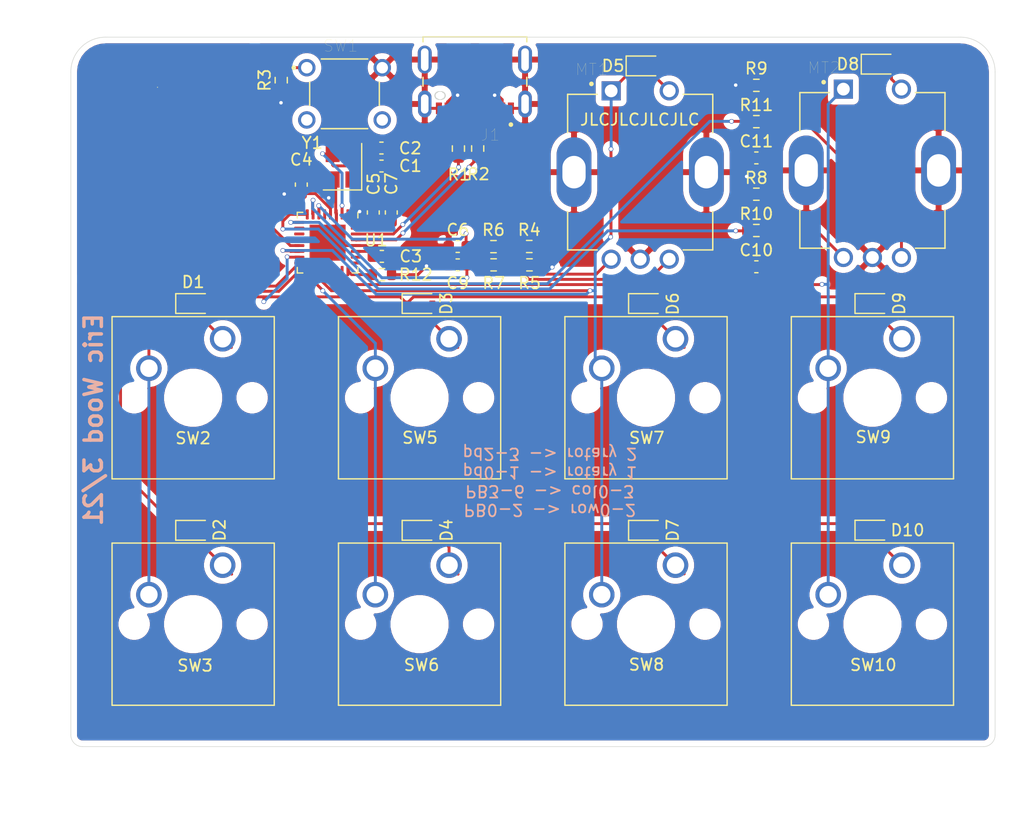
<source format=kicad_pcb>
(kicad_pcb (version 20171130) (host pcbnew "(5.1.9-0-10_14)")
  (layers (0 F.Cu signal) (31 B.Cu signal) (34 B.Paste user) (35 F.Paste user) (36 B.SilkS user) (37 F.SilkS user) (38 B.Mask user) (39 F.Mask user) (44 Edge.Cuts user))
  (net 0 "")
  (net 1 GND)
  (net 2 "Net-(C1-Pad1)")
  (net 3 "Net-(C2-Pad1)")
  (net 4 "Net-(C3-Pad1)")
  (net 5 /5V)
  (net 6 /rotary_1_a)
  (net 7 /rotary_1_b)
  (net 8 /rotary_2_a)
  (net 9 /rotary_2_b)
  (net 10 "Net-(D1-Pad2)")
  (net 11 /row1)
  (net 12 "Net-(D2-Pad2)")
  (net 13 /row2)
  (net 14 "Net-(D3-Pad2)")
  (net 15 "Net-(D4-Pad2)")
  (net 16 /rotary_1_s2)
  (net 17 /col2)
  (net 18 "Net-(D6-Pad2)")
  (net 19 "Net-(D7-Pad2)")
  (net 20 /rotary_2_s2)
  (net 21 "Net-(D9-Pad2)")
  (net 22 "Net-(D10-Pad2)")
  (net 23 /d-)
  (net 24 /d+)
  (net 25 "Net-(R3-Pad2)")
  (net 26 "Net-(R12-Pad1)")
  (net 27 /col0)
  (net 28 /col1)
  (net 29 /col3)
  (net 30 "Net-(U1-Pad26)")
  (net 31 "Net-(U1-Pad25)")
  (net 32 "Net-(U1-Pad23)")
  (net 33 "Net-(U1-Pad22)")
  (net 34 "Net-(U1-Pad21)")
  (net 35 "Net-(U1-Pad12)")
  (net 36 "Net-(U1-Pad11)")
  (net 37 "Net-(U1-Pad10)")
  (net 38 "Net-(U1-Pad5)")
  (net 39 "Net-(J1-Pad9)")
  (net 40 "Net-(J1-Pad5)")
  (net 41 "Net-(J1-Pad6)")
  (net 42 "Net-(J1-Pad4)")
  (net 43 "Net-(J1-Pad10)")
  (net 44 "Net-(J1-Pad3)")
  (net 45 "Net-(MT1-PadB)")
  (net 46 "Net-(MT1-PadA)")
  (net 47 "Net-(MT2-PadB)")
  (net 48 "Net-(MT2-PadA)")
  (module dsp_dev_board:frankie_solder_mask (layer F.Cu) (at 127.025 66.825)
    (fp_text reference G*** hide)
    (fp_text value LOGO hide)
  )
  (module Crystal:Crystal_SMD_3225-4Pin_3.2x2.5mm (layer F.Cu) (at 142.325 66.685 90)
    (fp_text reference Y1 (at 2.05 -2.61 180) (layer F.SilkS))
    (fp_text value 16MHz)
    (pad 4 smd rect (at -1.1 -0.85 90) (size 1.4 1.2) (layers F.Cu F.Paste F.Mask) (net 1 GND))
    (pad 3 smd rect (at 1.1 -0.85 90) (size 1.4 1.2) (layers F.Cu F.Paste F.Mask) (net 3 "Net-(C2-Pad1)"))
    (pad 2 smd rect (at 1.1 0.85 90) (size 1.4 1.2) (layers F.Cu F.Paste F.Mask) (net 1 GND))
    (pad 1 smd rect (at -1.1 0.85 90) (size 1.4 1.2) (layers F.Cu F.Paste F.Mask) (net 2 "Net-(C1-Pad1)"))
  )
  (module Button_Switch_Keyboard:SW_Cherry_MX_1.00u_PCB (layer F.Cu) (at 151.5 101)
    (fp_text reference SW6 (at -2.365 8.595) (layer F.SilkS))
    (fp_text value SW_Push)
    (pad "" np_thru_hole circle (at 2.54 5.08) (size 1.7 1.7) (drill 1.7) (layers *.Cu *.Mask))
    (pad "" np_thru_hole circle (at -7.62 5.08) (size 1.7 1.7) (drill 1.7) (layers *.Cu *.Mask))
    (pad "" np_thru_hole circle (at -2.54 5.08) (size 4 4) (drill 4) (layers *.Cu *.Mask))
    (pad 2 thru_hole circle (at -6.35 2.54) (size 2.2 2.2) (drill 1.5) (layers *.Cu *.Mask) (net 28 /col1))
    (pad 1 thru_hole circle (at 0 0) (size 2.2 2.2) (drill 1.5) (layers *.Cu *.Mask) (net 15 "Net-(D4-Pad2)"))
  )
  (module Package_DFN_QFN:QFN-32-1EP_5x5mm_P0.5mm_EP3.1x3.1mm (layer F.Cu) (at 141.0375 73.225 270)
    (fp_text reference U1 (at -0.2 -4.1775 180) (layer F.SilkS))
    (fp_text value ATmega16U2-MU)
    (pad 33 smd rect (at 0 0 270) (size 3.1 3.1) (layers F.Cu F.Mask) (net 1 GND))
    (pad 32 smd roundrect (at -1.75 -2.4375 270) (size 0.25 0.875) (layers F.Cu F.Paste F.Mask) (net 5 /5V))
    (pad 31 smd roundrect (at -1.25 -2.4375 270) (size 0.25 0.875) (layers F.Cu F.Paste F.Mask) (net 5 /5V))
    (pad 30 smd roundrect (at -0.75 -2.4375 270) (size 0.25 0.875) (layers F.Cu F.Paste F.Mask) (net 23 /d-))
    (pad 29 smd roundrect (at -0.25 -2.4375 270) (size 0.25 0.875) (layers F.Cu F.Paste F.Mask) (net 24 /d+))
    (pad 28 smd roundrect (at 0.25 -2.4375 270) (size 0.25 0.875) (layers F.Cu F.Paste F.Mask) (net 1 GND))
    (pad 27 smd roundrect (at 0.75 -2.4375 270) (size 0.25 0.875) (layers F.Cu F.Paste F.Mask) (net 4 "Net-(C3-Pad1)"))
    (pad 26 smd roundrect (at 1.25 -2.4375 270) (size 0.25 0.875) (layers F.Cu F.Paste F.Mask) (net 30 "Net-(U1-Pad26)"))
    (pad 25 smd roundrect (at 1.75 -2.4375 270) (size 0.25 0.875) (layers F.Cu F.Paste F.Mask) (net 31 "Net-(U1-Pad25)"))
    (pad 24 smd roundrect (at 2.4375 -1.75 270) (size 0.875 0.25) (layers F.Cu F.Paste F.Mask) (net 26 "Net-(R12-Pad1)"))
    (pad 23 smd roundrect (at 2.4375 -1.25 270) (size 0.875 0.25) (layers F.Cu F.Paste F.Mask) (net 32 "Net-(U1-Pad23)"))
    (pad 22 smd roundrect (at 2.4375 -0.75 270) (size 0.875 0.25) (layers F.Cu F.Paste F.Mask) (net 33 "Net-(U1-Pad22)"))
    (pad 21 smd roundrect (at 2.4375 -0.25 270) (size 0.875 0.25) (layers F.Cu F.Paste F.Mask) (net 34 "Net-(U1-Pad21)"))
    (pad 20 smd roundrect (at 2.4375 0.25 270) (size 0.875 0.25) (layers F.Cu F.Paste F.Mask) (net 29 /col3))
    (pad 19 smd roundrect (at 2.4375 0.75 270) (size 0.875 0.25) (layers F.Cu F.Paste F.Mask) (net 17 /col2))
    (pad 18 smd roundrect (at 2.4375 1.25 270) (size 0.875 0.25) (layers F.Cu F.Paste F.Mask) (net 28 /col1))
    (pad 17 smd roundrect (at 2.4375 1.75 270) (size 0.875 0.25) (layers F.Cu F.Paste F.Mask) (net 27 /col0))
    (pad 16 smd roundrect (at 1.75 2.4375 270) (size 0.25 0.875) (layers F.Cu F.Paste F.Mask) (net 13 /row2))
    (pad 15 smd roundrect (at 1.25 2.4375 270) (size 0.25 0.875) (layers F.Cu F.Paste F.Mask) (net 11 /row1))
    (pad 14 smd roundrect (at 0.75 2.4375 270) (size 0.25 0.875) (layers F.Cu F.Paste F.Mask) (net 17 /col2))
    (pad 13 smd roundrect (at 0.25 2.4375 270) (size 0.25 0.875) (layers F.Cu F.Paste F.Mask) (net 25 "Net-(R3-Pad2)"))
    (pad 12 smd roundrect (at -0.25 2.4375 270) (size 0.25 0.875) (layers F.Cu F.Paste F.Mask) (net 35 "Net-(U1-Pad12)"))
    (pad 11 smd roundrect (at -0.75 2.4375 270) (size 0.25 0.875) (layers F.Cu F.Paste F.Mask) (net 36 "Net-(U1-Pad11)"))
    (pad 10 smd roundrect (at -1.25 2.4375 270) (size 0.25 0.875) (layers F.Cu F.Paste F.Mask) (net 37 "Net-(U1-Pad10)"))
    (pad 9 smd roundrect (at -1.75 2.4375 270) (size 0.25 0.875) (layers F.Cu F.Paste F.Mask) (net 9 /rotary_2_b))
    (pad 8 smd roundrect (at -2.4375 1.75 270) (size 0.875 0.25) (layers F.Cu F.Paste F.Mask) (net 8 /rotary_2_a))
    (pad 7 smd roundrect (at -2.4375 1.25 270) (size 0.875 0.25) (layers F.Cu F.Paste F.Mask) (net 7 /rotary_1_b))
    (pad 6 smd roundrect (at -2.4375 0.75 270) (size 0.875 0.25) (layers F.Cu F.Paste F.Mask) (net 6 /rotary_1_a))
    (pad 5 smd roundrect (at -2.4375 0.25 270) (size 0.875 0.25) (layers F.Cu F.Paste F.Mask) (net 38 "Net-(U1-Pad5)"))
    (pad 4 smd roundrect (at -2.4375 -0.25 270) (size 0.875 0.25) (layers F.Cu F.Paste F.Mask) (net 5 /5V))
    (pad 3 smd roundrect (at -2.4375 -0.75 270) (size 0.875 0.25) (layers F.Cu F.Paste F.Mask) (net 1 GND))
    (pad 2 smd roundrect (at -2.4375 -1.25 270) (size 0.875 0.25) (layers F.Cu F.Paste F.Mask) (net 3 "Net-(C2-Pad1)"))
    (pad 1 smd roundrect (at -2.4375 -1.75 270) (size 0.875 0.25) (layers F.Cu F.Paste F.Mask) (net 2 "Net-(C1-Pad1)"))
  )
  (module 1825910-7:SW_1825910-7 (layer F.Cu) (at 142.495 60.405)
    (fp_text reference SW1 (at -0.3254 -4.14014) (layer F.SilkS) (effects (font (size 1.001244 1.001244) (thickness 0.015))))
    (fp_text value SW_Push)
    (pad 4 thru_hole circle (at 3.25 2.25) (size 1.498 1.498) (drill 0.99) (layers *.Cu *.Mask))
    (pad 3 thru_hole circle (at -3.25 2.25) (size 1.498 1.498) (drill 0.99) (layers *.Cu *.Mask))
    (pad 2 thru_hole circle (at 3.25 -2.25) (size 1.498 1.498) (drill 0.99) (layers *.Cu *.Mask) (net 1 GND))
    (pad 1 thru_hole circle (at -3.25 -2.25) (size 1.498 1.498) (drill 0.99) (layers *.Cu *.Mask) (net 25 "Net-(R3-Pad2)"))
  )
  (module Resistor_SMD:R_0603_1608Metric (layer F.Cu) (at 145.72 75.975)
    (fp_text reference R12 (at 2.915 0) (layer F.SilkS))
    (fp_text value 10k)
    (pad 2 smd roundrect (at 0.825 0) (size 0.8 0.95) (layers F.Cu F.Paste F.Mask) (net 5 /5V))
    (pad 1 smd roundrect (at -0.825 0) (size 0.8 0.95) (layers F.Cu F.Paste F.Mask) (net 26 "Net-(R12-Pad1)"))
  )
  (module Resistor_SMD:R_0603_1608Metric (layer F.Cu) (at 177.964062 62.8)
    (fp_text reference R11 (at 0 -1.43) (layer F.SilkS))
    (fp_text value 10k)
    (pad 2 smd roundrect (at 0.825 0) (size 0.8 0.95) (layers F.Cu F.Paste F.Mask) (net 47 "Net-(MT2-PadB)"))
    (pad 1 smd roundrect (at -0.825 0) (size 0.8 0.95) (layers F.Cu F.Paste F.Mask) (net 9 /rotary_2_b))
  )
  (module Resistor_SMD:R_0603_1608Metric (layer F.Cu) (at 177.964062 72.175)
    (fp_text reference R10 (at 0 -1.43) (layer F.SilkS))
    (fp_text value 10k)
    (pad 2 smd roundrect (at 0.825 0) (size 0.8 0.95) (layers F.Cu F.Paste F.Mask) (net 48 "Net-(MT2-PadA)"))
    (pad 1 smd roundrect (at -0.825 0) (size 0.8 0.95) (layers F.Cu F.Paste F.Mask) (net 8 /rotary_2_a))
  )
  (module Resistor_SMD:R_0603_1608Metric (layer F.Cu) (at 177.964062 59.675 180)
    (fp_text reference R9 (at 0 1.45) (layer F.SilkS))
    (fp_text value 10k)
    (pad 2 smd roundrect (at 0.825 0 180) (size 0.8 0.95) (layers F.Cu F.Paste F.Mask) (net 5 /5V))
    (pad 1 smd roundrect (at -0.825 0 180) (size 0.8 0.95) (layers F.Cu F.Paste F.Mask) (net 47 "Net-(MT2-PadB)"))
  )
  (module Resistor_SMD:R_0603_1608Metric (layer F.Cu) (at 177.964062 69.05 180)
    (fp_text reference R8 (at 0 1.4) (layer F.SilkS))
    (fp_text value 10k)
    (pad 2 smd roundrect (at 0.825 0 180) (size 0.8 0.95) (layers F.Cu F.Paste F.Mask) (net 5 /5V))
    (pad 1 smd roundrect (at -0.825 0 180) (size 0.8 0.95) (layers F.Cu F.Paste F.Mask) (net 48 "Net-(MT2-PadA)"))
  )
  (module Resistor_SMD:R_0603_1608Metric (layer F.Cu) (at 155.335 75.135)
    (fp_text reference R7 (at 0.015 1.57) (layer F.SilkS))
    (fp_text value 10k)
    (pad 2 smd roundrect (at 0.825 0) (size 0.8 0.95) (layers F.Cu F.Paste F.Mask) (net 45 "Net-(MT1-PadB)"))
    (pad 1 smd roundrect (at -0.825 0) (size 0.8 0.95) (layers F.Cu F.Paste F.Mask) (net 7 /rotary_1_b))
  )
  (module Resistor_SMD:R_0603_1608Metric (layer F.Cu) (at 155.325 73.565)
    (fp_text reference R6 (at 0 -1.44) (layer F.SilkS))
    (fp_text value 10k)
    (pad 2 smd roundrect (at 0.825 0) (size 0.8 0.95) (layers F.Cu F.Paste F.Mask) (net 46 "Net-(MT1-PadA)"))
    (pad 1 smd roundrect (at -0.825 0) (size 0.8 0.95) (layers F.Cu F.Paste F.Mask) (net 6 /rotary_1_a))
  )
  (module Resistor_SMD:R_0603_1608Metric (layer F.Cu) (at 158.425 75.135)
    (fp_text reference R5 (at 0.01 1.57) (layer F.SilkS))
    (fp_text value 10k)
    (pad 2 smd roundrect (at 0.825 0) (size 0.8 0.95) (layers F.Cu F.Paste F.Mask) (net 5 /5V))
    (pad 1 smd roundrect (at -0.825 0) (size 0.8 0.95) (layers F.Cu F.Paste F.Mask) (net 45 "Net-(MT1-PadB)"))
  )
  (module Resistor_SMD:R_0603_1608Metric (layer F.Cu) (at 158.405 73.555)
    (fp_text reference R4 (at 0 -1.43) (layer F.SilkS))
    (fp_text value 10k)
    (pad 2 smd roundrect (at 0.825 0) (size 0.8 0.95) (layers F.Cu F.Paste F.Mask) (net 5 /5V))
    (pad 1 smd roundrect (at -0.825 0) (size 0.8 0.95) (layers F.Cu F.Paste F.Mask) (net 46 "Net-(MT1-PadA)"))
  )
  (module Resistor_SMD:R_0603_1608Metric (layer F.Cu) (at 137.045 59.23 90)
    (fp_text reference R3 (at 0 -1.43 90) (layer F.SilkS))
    (fp_text value 10k)
    (pad 2 smd roundrect (at 0.825 0 90) (size 0.8 0.95) (layers F.Cu F.Paste F.Mask) (net 25 "Net-(R3-Pad2)"))
    (pad 1 smd roundrect (at -0.825 0 90) (size 0.8 0.95) (layers F.Cu F.Paste F.Mask) (net 5 /5V))
  )
  (module Resistor_SMD:R_0603_1608Metric (layer F.Cu) (at 153.965 65.115 270)
    (fp_text reference R2 (at 2.21 -0.055 180) (layer F.SilkS))
    (fp_text value 22)
    (pad 2 smd roundrect (at 0.825 0 270) (size 0.8 0.95) (layers F.Cu F.Paste F.Mask) (net 24 /d+))
    (pad 1 smd roundrect (at -0.825 0 270) (size 0.8 0.95) (layers F.Cu F.Paste F.Mask) (net 41 "Net-(J1-Pad6)"))
  )
  (module Resistor_SMD:R_0603_1608Metric (layer F.Cu) (at 152.305 65.12 270)
    (fp_text reference R1 (at 2.235 -0.05 180) (layer F.SilkS))
    (fp_text value 22)
    (pad 2 smd roundrect (at 0.825 0 270) (size 0.8 0.95) (layers F.Cu F.Paste F.Mask) (net 23 /d-))
    (pad 1 smd roundrect (at -0.825 0 270) (size 0.8 0.95) (layers F.Cu F.Paste F.Mask) (net 40 "Net-(J1-Pad5)"))
  )
  (module DX07S016JA1R1500:JAE_DX07S016JA1R1500 (layer F.Cu) (at 153.725 60.555 180)
    (fp_text reference J1 (at -1.325 -3.385) (layer F.SilkS) (effects (font (thickness 0.015))))
    (fp_text value DX07S016JA1R1500)
    (fp_line (start 3.125 0.315) (end 2.875 0.315) (layer Edge.Cuts) (width 0.1))
    (fp_line (start 2.875 -0.315) (end 3.125 -0.315) (layer Edge.Cuts) (width 0.1))
    (fp_arc (start 2.875 0) (end 2.875 -0.315) (angle -90) (layer Edge.Cuts) (width 0.1))
    (fp_arc (start 2.875 0) (end 2.56 0) (angle -90) (layer Edge.Cuts) (width 0.1))
    (fp_arc (start 3.125 0) (end 3.125 0.315) (angle -90) (layer Edge.Cuts) (width 0.1))
    (fp_arc (start 3.125 0) (end 3.44 0) (angle -90) (layer Edge.Cuts) (width 0.1))
    (pad S6 thru_hole oval (at 4.32 3.1 180) (size 1.2 2.4) (drill oval 0.65 1.95) (layers *.Cu *.Mask) (net 1 GND))
    (pad S5 thru_hole oval (at -4.32 3.1 180) (size 1.2 2.4) (drill oval 0.65 1.95) (layers *.Cu *.Mask) (net 1 GND))
    (pad S4 thru_hole oval (at 4.32 -0.725 180) (size 1.158 2.316) (drill oval 0.65 1.65) (layers *.Cu *.Mask) (net 1 GND))
    (pad S3 thru_hole oval (at -4.32 -0.725 180) (size 1.158 2.316) (drill oval 0.65 1.65) (layers *.Cu *.Mask) (net 1 GND))
    (pad None np_thru_hole circle (at -3 0 180) (size 0.63 0.63) (drill 0.63) (layers *.Cu *.Mask))
    (pad S2 smd rect (at 1.4 3.1 180) (size 1 2) (layers F.Cu F.Paste F.Mask) (net 1 GND))
    (pad S1 smd rect (at -1.4 3.1 180) (size 1 2) (layers F.Cu F.Paste F.Mask) (net 1 GND))
    (pad None np_thru_hole circle (at 3 0 180) (size 0.63 0.63) (drill 0.63) (layers *.Cu *.Mask))
    (pad None np_thru_hole circle (at 3 0 180) (size 0.6 0.6) (drill 0.6) (layers *.Cu *.Mask))
    (pad 9 smd rect (at 1.25 -1.1 180) (size 0.27 1) (layers F.Cu F.Paste F.Mask) (net 39 "Net-(J1-Pad9)"))
    (pad 8 smd rect (at 0.75 -1.1 180) (size 0.27 1) (layers F.Cu F.Paste F.Mask) (net 40 "Net-(J1-Pad5)"))
    (pad 7 smd rect (at 0.25 -1.1 180) (size 0.27 1) (layers F.Cu F.Paste F.Mask) (net 41 "Net-(J1-Pad6)"))
    (pad 6 smd rect (at -0.25 -1.1 180) (size 0.27 1) (layers F.Cu F.Paste F.Mask) (net 41 "Net-(J1-Pad6)"))
    (pad 5 smd rect (at -0.75 -1.1 180) (size 0.27 1) (layers F.Cu F.Paste F.Mask) (net 40 "Net-(J1-Pad5)"))
    (pad 4 smd rect (at -1.25 -1.1 180) (size 0.27 1) (layers F.Cu F.Paste F.Mask) (net 42 "Net-(J1-Pad4)"))
    (pad 10 smd rect (at 1.75 -1.1 180) (size 0.27 1) (layers F.Cu F.Paste F.Mask) (net 43 "Net-(J1-Pad10)"))
    (pad 3 smd rect (at -1.75 -1.1 180) (size 0.27 1) (layers F.Cu F.Paste F.Mask) (net 44 "Net-(J1-Pad3)"))
    (pad 11 smd rect (at 2.35 -1.1 180) (size 0.52 1) (layers F.Cu F.Paste F.Mask) (net 5 /5V))
    (pad 2 smd rect (at -2.35 -1.1 180) (size 0.52 1) (layers F.Cu F.Paste F.Mask) (net 5 /5V))
    (pad 12 smd rect (at 3.1 -1.1 180) (size 0.52 1) (layers F.Cu F.Paste F.Mask) (net 1 GND))
    (pad 1 smd rect (at -3.1 -1.1 180) (size 0.52 1) (layers F.Cu F.Paste F.Mask) (net 1 GND))
  )
  (module Diode_SMD:D_SOD-323F (layer F.Cu) (at 187.96 97.985)
    (fp_text reference D10 (at 3.025 0 180) (layer F.SilkS))
    (fp_text value 1n4148)
    (pad 2 smd rect (at 1.1 0) (size 0.5 0.5) (layers F.Cu F.Paste F.Mask) (net 22 "Net-(D10-Pad2)"))
    (pad 1 smd rect (at -1.1 0) (size 0.5 0.5) (layers F.Cu F.Paste F.Mask) (net 13 /row2))
  )
  (module Diode_SMD:D_SOD-323F (layer F.Cu) (at 187.96 78.465)
    (fp_text reference D9 (at 2.3 0 -90) (layer F.SilkS))
    (fp_text value 1n4148)
    (pad 2 smd rect (at 1.1 0) (size 0.5 0.5) (layers F.Cu F.Paste F.Mask) (net 21 "Net-(D9-Pad2)"))
    (pad 1 smd rect (at -1.1 0) (size 0.5 0.5) (layers F.Cu F.Paste F.Mask) (net 11 /row1))
  )
  (module Diode_SMD:D_SOD-323F (layer F.Cu) (at 188.5 57.85)
    (fp_text reference D8 (at -2.65 0) (layer F.SilkS))
    (fp_text value 1n4148)
    (pad 2 smd rect (at 1.1 0) (size 0.5 0.5) (layers F.Cu F.Paste F.Mask) (net 20 /rotary_2_s2))
    (pad 1 smd rect (at -1.1 0) (size 0.5 0.5) (layers F.Cu F.Paste F.Mask) (net 17 /col2))
  )
  (module Diode_SMD:D_SOD-323F (layer F.Cu) (at 168.46 97.995)
    (fp_text reference D7 (at 2.3 0 -90) (layer F.SilkS))
    (fp_text value 1n4148)
    (pad 2 smd rect (at 1.1 0) (size 0.5 0.5) (layers F.Cu F.Paste F.Mask) (net 19 "Net-(D7-Pad2)"))
    (pad 1 smd rect (at -1.1 0) (size 0.5 0.5) (layers F.Cu F.Paste F.Mask) (net 13 /row2))
  )
  (module Diode_SMD:D_SOD-323F (layer F.Cu) (at 168.46 78.465)
    (fp_text reference D6 (at 2.3 0.025 -90) (layer F.SilkS))
    (fp_text value 1n4148)
    (pad 2 smd rect (at 1.1 0) (size 0.5 0.5) (layers F.Cu F.Paste F.Mask) (net 18 "Net-(D6-Pad2)"))
    (pad 1 smd rect (at -1.1 0) (size 0.5 0.5) (layers F.Cu F.Paste F.Mask) (net 11 /row1))
  )
  (module Diode_SMD:D_SOD-323F (layer F.Cu) (at 168.25 58)
    (fp_text reference D5 (at -2.625 0) (layer F.SilkS))
    (fp_text value 1n4148)
    (pad 2 smd rect (at 1.1 0) (size 0.5 0.5) (layers F.Cu F.Paste F.Mask) (net 16 /rotary_1_s2))
    (pad 1 smd rect (at -1.1 0) (size 0.5 0.5) (layers F.Cu F.Paste F.Mask) (net 17 /col2))
  )
  (module Diode_SMD:D_SOD-323F (layer F.Cu) (at 148.96 97.995)
    (fp_text reference D4 (at 2.325 0 -90) (layer F.SilkS))
    (fp_text value 1n4148)
    (pad 2 smd rect (at 1.1 0) (size 0.5 0.5) (layers F.Cu F.Paste F.Mask) (net 15 "Net-(D4-Pad2)"))
    (pad 1 smd rect (at -1.1 0) (size 0.5 0.5) (layers F.Cu F.Paste F.Mask) (net 13 /row2))
  )
  (module Diode_SMD:D_SOD-323F (layer F.Cu) (at 148.96 78.465)
    (fp_text reference D3 (at 2.3 0 -90) (layer F.SilkS))
    (fp_text value 1n4148)
    (pad 2 smd rect (at 1.1 0) (size 0.5 0.5) (layers F.Cu F.Paste F.Mask) (net 14 "Net-(D3-Pad2)"))
    (pad 1 smd rect (at -1.1 0) (size 0.5 0.5) (layers F.Cu F.Paste F.Mask) (net 11 /row1))
  )
  (module Diode_SMD:D_SOD-323F (layer F.Cu) (at 129.46 97.995)
    (fp_text reference D2 (at 2.275 -0.025 -90) (layer F.SilkS))
    (fp_text value 1n4148)
    (pad 2 smd rect (at 1.1 0) (size 0.5 0.5) (layers F.Cu F.Paste F.Mask) (net 12 "Net-(D2-Pad2)"))
    (pad 1 smd rect (at -1.1 0) (size 0.5 0.5) (layers F.Cu F.Paste F.Mask) (net 13 /row2))
  )
  (module Diode_SMD:D_SOD-323F (layer F.Cu) (at 129.46 78.465)
    (fp_text reference D1 (at 0 -1.85) (layer F.SilkS))
    (fp_text value 1n4148)
    (pad 2 smd rect (at 1.1 0) (size 0.5 0.5) (layers F.Cu F.Paste F.Mask) (net 10 "Net-(D1-Pad2)"))
    (pad 1 smd rect (at -1.1 0) (size 0.5 0.5) (layers F.Cu F.Paste F.Mask) (net 11 /row1))
  )
  (module Capacitor_SMD:C_0603_1608Metric (layer F.Cu) (at 177.964062 65.925 180)
    (fp_text reference C11 (at 0 1.425) (layer F.SilkS))
    (fp_text value 10n)
    (pad 2 smd roundrect (at 0.775 0 180) (size 0.9 0.95) (layers F.Cu F.Paste F.Mask) (net 1 GND))
    (pad 1 smd roundrect (at -0.775 0 180) (size 0.9 0.95) (layers F.Cu F.Paste F.Mask) (net 9 /rotary_2_b))
  )
  (module Capacitor_SMD:C_0603_1608Metric (layer F.Cu) (at 177.964062 75.3)
    (fp_text reference C10 (at 0 -1.43) (layer F.SilkS))
    (fp_text value 10n)
    (pad 2 smd roundrect (at 0.775 0) (size 0.9 0.95) (layers F.Cu F.Paste F.Mask) (net 1 GND))
    (pad 1 smd roundrect (at -0.775 0) (size 0.9 0.95) (layers F.Cu F.Paste F.Mask) (net 8 /rotary_2_a))
  )
  (module Capacitor_SMD:C_0603_1608Metric (layer F.Cu) (at 152.245 75.135 180)
    (fp_text reference C9 (at 0 -1.57) (layer F.SilkS))
    (fp_text value 10n)
    (pad 2 smd roundrect (at 0.775 0 180) (size 0.9 0.95) (layers F.Cu F.Paste F.Mask) (net 1 GND))
    (pad 1 smd roundrect (at -0.775 0 180) (size 0.9 0.95) (layers F.Cu F.Paste F.Mask) (net 7 /rotary_1_b))
  )
  (module Capacitor_SMD:C_0603_1608Metric (layer F.Cu) (at 146.525 70.625 90)
    (fp_text reference C7 (at 2.475 0 270) (layer F.SilkS))
    (fp_text value 10n)
    (pad 2 smd roundrect (at 0.775 0 90) (size 0.9 0.95) (layers F.Cu F.Paste F.Mask) (net 1 GND))
    (pad 1 smd roundrect (at -0.775 0 90) (size 0.9 0.95) (layers F.Cu F.Paste F.Mask) (net 5 /5V))
  )
  (module Capacitor_SMD:C_0603_1608Metric (layer F.Cu) (at 152.245 73.555 180)
    (fp_text reference C6 (at -0.01 1.43) (layer F.SilkS))
    (fp_text value 10n)
    (pad 2 smd roundrect (at 0.775 0 180) (size 0.9 0.95) (layers F.Cu F.Paste F.Mask) (net 1 GND))
    (pad 1 smd roundrect (at -0.775 0 180) (size 0.9 0.95) (layers F.Cu F.Paste F.Mask) (net 6 /rotary_1_a))
  )
  (module Capacitor_SMD:C_0603_1608Metric (layer F.Cu) (at 144.975 70.625 90)
    (fp_text reference C5 (at 2.45 0.025 270) (layer F.SilkS))
    (fp_text value 10n)
    (pad 2 smd roundrect (at 0.775 0 90) (size 0.9 0.95) (layers F.Cu F.Paste F.Mask) (net 1 GND))
    (pad 1 smd roundrect (at -0.775 0 90) (size 0.9 0.95) (layers F.Cu F.Paste F.Mask) (net 5 /5V))
  )
  (module Capacitor_SMD:C_0603_1608Metric (layer F.Cu) (at 138.775 68.225 90)
    (fp_text reference C4 (at 2.15 0 180) (layer F.SilkS))
    (fp_text value 10n)
    (pad 2 smd roundrect (at 0.775 0 90) (size 0.9 0.95) (layers F.Cu F.Paste F.Mask) (net 1 GND))
    (pad 1 smd roundrect (at -0.775 0 90) (size 0.9 0.95) (layers F.Cu F.Paste F.Mask) (net 5 /5V))
  )
  (module Capacitor_SMD:C_0603_1608Metric (layer F.Cu) (at 145.71 74.405)
    (fp_text reference C3 (at 2.495 0) (layer F.SilkS))
    (fp_text value 1u)
    (pad 2 smd roundrect (at 0.775 0) (size 0.9 0.95) (layers F.Cu F.Paste F.Mask) (net 1 GND))
    (pad 1 smd roundrect (at -0.775 0) (size 0.9 0.95) (layers F.Cu F.Paste F.Mask) (net 4 "Net-(C3-Pad1)"))
  )
  (module Capacitor_SMD:C_0603_1608Metric (layer F.Cu) (at 145.675 65.075)
    (fp_text reference C2 (at 2.48 0.02) (layer F.SilkS))
    (fp_text value 22p)
    (pad 2 smd roundrect (at 0.775 0) (size 0.9 0.95) (layers F.Cu F.Paste F.Mask) (net 1 GND))
    (pad 1 smd roundrect (at -0.775 0) (size 0.9 0.95) (layers F.Cu F.Paste F.Mask) (net 3 "Net-(C2-Pad1)"))
  )
  (module Capacitor_SMD:C_0603_1608Metric (layer F.Cu) (at 145.68 66.625)
    (fp_text reference C1 (at 2.485 -0.01) (layer F.SilkS))
    (fp_text value 22p)
    (pad 2 smd roundrect (at 0.775 0) (size 0.9 0.95) (layers F.Cu F.Paste F.Mask) (net 1 GND))
    (pad 1 smd roundrect (at -0.775 0) (size 0.9 0.95) (layers F.Cu F.Paste F.Mask) (net 2 "Net-(C1-Pad1)"))
  )
  (module Button_Switch_Keyboard:SW_Cherry_MX_1.00u_PCB (layer F.Cu) (at 190.5 101)
    (fp_text reference SW10 (at -2.465 8.595) (layer F.SilkS))
    (fp_text value SW_Push)
    (pad "" np_thru_hole circle (at 2.54 5.08) (size 1.7 1.7) (drill 1.7) (layers *.Cu *.Mask))
    (pad "" np_thru_hole circle (at -7.62 5.08) (size 1.7 1.7) (drill 1.7) (layers *.Cu *.Mask))
    (pad "" np_thru_hole circle (at -2.54 5.08) (size 4 4) (drill 4) (layers *.Cu *.Mask))
    (pad 2 thru_hole circle (at -6.35 2.54) (size 2.2 2.2) (drill 1.5) (layers *.Cu *.Mask) (net 29 /col3))
    (pad 1 thru_hole circle (at 0 0) (size 2.2 2.2) (drill 1.5) (layers *.Cu *.Mask) (net 22 "Net-(D10-Pad2)"))
  )
  (module Button_Switch_Keyboard:SW_Cherry_MX_1.00u_PCB (layer F.Cu) (at 190.5 81.5)
    (fp_text reference SW9 (at -2.465 8.465) (layer F.SilkS))
    (fp_text value SW_Push)
    (pad "" np_thru_hole circle (at 2.54 5.08) (size 1.7 1.7) (drill 1.7) (layers *.Cu *.Mask))
    (pad "" np_thru_hole circle (at -7.62 5.08) (size 1.7 1.7) (drill 1.7) (layers *.Cu *.Mask))
    (pad "" np_thru_hole circle (at -2.54 5.08) (size 4 4) (drill 4) (layers *.Cu *.Mask))
    (pad 2 thru_hole circle (at -6.35 2.54) (size 2.2 2.2) (drill 1.5) (layers *.Cu *.Mask) (net 29 /col3))
    (pad 1 thru_hole circle (at 0 0) (size 2.2 2.2) (drill 1.5) (layers *.Cu *.Mask) (net 21 "Net-(D9-Pad2)"))
  )
  (module Button_Switch_Keyboard:SW_Cherry_MX_1.00u_PCB (layer F.Cu) (at 171 101)
    (fp_text reference SW8 (at -2.495 8.565) (layer F.SilkS))
    (fp_text value SW_Push)
    (pad "" np_thru_hole circle (at 2.54 5.08) (size 1.7 1.7) (drill 1.7) (layers *.Cu *.Mask))
    (pad "" np_thru_hole circle (at -7.62 5.08) (size 1.7 1.7) (drill 1.7) (layers *.Cu *.Mask))
    (pad "" np_thru_hole circle (at -2.54 5.08) (size 4 4) (drill 4) (layers *.Cu *.Mask))
    (pad 2 thru_hole circle (at -6.35 2.54) (size 2.2 2.2) (drill 1.5) (layers *.Cu *.Mask) (net 17 /col2))
    (pad 1 thru_hole circle (at 0 0) (size 2.2 2.2) (drill 1.5) (layers *.Cu *.Mask) (net 19 "Net-(D7-Pad2)"))
  )
  (module Button_Switch_Keyboard:SW_Cherry_MX_1.00u_PCB (layer F.Cu) (at 171 81.5)
    (fp_text reference SW7 (at -2.475 8.535) (layer F.SilkS))
    (fp_text value SW_Push)
    (pad "" np_thru_hole circle (at 2.54 5.08) (size 1.7 1.7) (drill 1.7) (layers *.Cu *.Mask))
    (pad "" np_thru_hole circle (at -7.62 5.08) (size 1.7 1.7) (drill 1.7) (layers *.Cu *.Mask))
    (pad "" np_thru_hole circle (at -2.54 5.08) (size 4 4) (drill 4) (layers *.Cu *.Mask))
    (pad 2 thru_hole circle (at -6.35 2.54) (size 2.2 2.2) (drill 1.5) (layers *.Cu *.Mask) (net 17 /col2))
    (pad 1 thru_hole circle (at 0 0) (size 2.2 2.2) (drill 1.5) (layers *.Cu *.Mask) (net 18 "Net-(D6-Pad2)"))
  )
  (module Button_Switch_Keyboard:SW_Cherry_MX_1.00u_PCB (layer F.Cu) (at 151.5 81.5)
    (fp_text reference SW5 (at -2.505 8.525) (layer F.SilkS))
    (fp_text value SW_Push)
    (pad "" np_thru_hole circle (at 2.54 5.08) (size 1.7 1.7) (drill 1.7) (layers *.Cu *.Mask))
    (pad "" np_thru_hole circle (at -7.62 5.08) (size 1.7 1.7) (drill 1.7) (layers *.Cu *.Mask))
    (pad "" np_thru_hole circle (at -2.54 5.08) (size 4 4) (drill 4) (layers *.Cu *.Mask))
    (pad 2 thru_hole circle (at -6.35 2.54) (size 2.2 2.2) (drill 1.5) (layers *.Cu *.Mask) (net 28 /col1))
    (pad 1 thru_hole circle (at 0 0) (size 2.2 2.2) (drill 1.5) (layers *.Cu *.Mask) (net 14 "Net-(D3-Pad2)"))
  )
  (module Button_Switch_Keyboard:SW_Cherry_MX_1.00u_PCB (layer F.Cu) (at 132 101)
    (fp_text reference SW3 (at -2.375 8.645) (layer F.SilkS))
    (fp_text value SW_Push)
    (pad "" np_thru_hole circle (at 2.54 5.08) (size 1.7 1.7) (drill 1.7) (layers *.Cu *.Mask))
    (pad "" np_thru_hole circle (at -7.62 5.08) (size 1.7 1.7) (drill 1.7) (layers *.Cu *.Mask))
    (pad "" np_thru_hole circle (at -2.54 5.08) (size 4 4) (drill 4) (layers *.Cu *.Mask))
    (pad 2 thru_hole circle (at -6.35 2.54) (size 2.2 2.2) (drill 1.5) (layers *.Cu *.Mask) (net 27 /col0))
    (pad 1 thru_hole circle (at 0 0) (size 2.2 2.2) (drill 1.5) (layers *.Cu *.Mask) (net 12 "Net-(D2-Pad2)"))
  )
  (module Button_Switch_Keyboard:SW_Cherry_MX_1.00u_PCB (layer F.Cu) (at 132 81.5)
    (fp_text reference SW2 (at -2.545 8.565) (layer F.SilkS))
    (fp_text value SW_Push)
    (pad "" np_thru_hole circle (at 2.54 5.08) (size 1.7 1.7) (drill 1.7) (layers *.Cu *.Mask))
    (pad "" np_thru_hole circle (at -7.62 5.08) (size 1.7 1.7) (drill 1.7) (layers *.Cu *.Mask))
    (pad "" np_thru_hole circle (at -2.54 5.08) (size 4 4) (drill 4) (layers *.Cu *.Mask))
    (pad 2 thru_hole circle (at -6.35 2.54) (size 2.2 2.2) (drill 1.5) (layers *.Cu *.Mask) (net 27 /col0))
    (pad 1 thru_hole circle (at 0 0) (size 2.2 2.2) (drill 1.5) (layers *.Cu *.Mask) (net 10 "Net-(D1-Pad2)"))
  )
  (module PEC11R-4215F-S0024:XDCR_PEC11R-4215F-S0024 (layer F.Cu) (at 187.96 67)
    (fp_text reference MT2 (at -4.175 -8.835) (layer F.SilkS) (effects (font (thickness 0.015))))
    (fp_text value PEC11R-4215F-S0024)
    (pad S2 thru_hole oval (at 5.7 0) (size 3 6) (drill oval 2 2.8) (layers *.Cu *.Mask) (net 1 GND))
    (pad S1 thru_hole oval (at -5.7 0) (size 3 6) (drill oval 2 2.8) (layers *.Cu *.Mask) (net 1 GND))
    (pad B thru_hole circle (at 2.5 7.5) (size 1.65 1.65) (drill 1.1) (layers *.Cu *.Mask) (net 47 "Net-(MT2-PadB)"))
    (pad COM thru_hole circle (at 0 7.5) (size 1.65 1.65) (drill 1.1) (layers *.Cu *.Mask) (net 1 GND))
    (pad A thru_hole circle (at -2.5 7.5) (size 1.65 1.65) (drill 1.1) (layers *.Cu *.Mask) (net 48 "Net-(MT2-PadA)"))
    (pad 2 thru_hole circle (at 2.5 -7) (size 1.65 1.65) (drill 1.1) (layers *.Cu *.Mask) (net 20 /rotary_2_s2))
    (pad 1 thru_hole rect (at -2.5 -7) (size 1.65 1.65) (drill 1.1) (layers *.Cu *.Mask) (net 29 /col3))
  )
  (module PEC11R-4215F-S0024:XDCR_PEC11R-4215F-S0024 (layer F.Cu) (at 167.96 67.15)
    (fp_text reference MT1 (at -4.175 -8.835) (layer F.SilkS) (effects (font (thickness 0.015))))
    (fp_text value PEC11R-4215F-S0024)
    (pad S2 thru_hole oval (at 5.7 0) (size 3 6) (drill oval 2 2.8) (layers *.Cu *.Mask) (net 1 GND))
    (pad S1 thru_hole oval (at -5.7 0) (size 3 6) (drill oval 2 2.8) (layers *.Cu *.Mask) (net 1 GND))
    (pad B thru_hole circle (at 2.5 7.5) (size 1.65 1.65) (drill 1.1) (layers *.Cu *.Mask) (net 45 "Net-(MT1-PadB)"))
    (pad COM thru_hole circle (at 0 7.5) (size 1.65 1.65) (drill 1.1) (layers *.Cu *.Mask) (net 1 GND))
    (pad A thru_hole circle (at -2.5 7.5) (size 1.65 1.65) (drill 1.1) (layers *.Cu *.Mask) (net 46 "Net-(MT1-PadA)"))
    (pad 2 thru_hole circle (at 2.5 -7) (size 1.65 1.65) (drill 1.1) (layers *.Cu *.Mask) (net 16 /rotary_1_s2))
    (pad 1 thru_hole rect (at -2.5 -7) (size 1.65 1.65) (drill 1.1) (layers *.Cu *.Mask) (net 17 /col2))
  )
  (gr_text JLCJLCJLCJLC (at 167.925 62.625) (layer F.SilkS) (effects (font (size 1 1))))
  (gr_text "PB0-2 -> row0-2\nPB3-6 -> col0-3\npd0-1 -> rotary 1\npd2-3 -> rotary 2" (at 160.175 93.825 180) (layer B.SilkS) (effects (font (size 1 1)) (justify mirror)))
  (gr_text "Eric Wood 3/21" (at 120.875 88.475 90) (layer B.SilkS) (effects (font (size 1.5 1.5) (thickness 0.3)) (justify mirror)))
  (gr_line (start 118.925 115.625) (end 118.925 58.525) (layer Edge.Cuts) (width 0.05))
  (gr_arc (start 121.925 58.525) (end 121.925 55.525) (angle -90) (layer Edge.Cuts) (width 0.05))
  (gr_arc (start 195.525 58.525) (end 198.525 58.525) (angle -90) (layer Edge.Cuts) (width 0.05))
  (gr_arc (start 197.525 115.625) (end 197.525 116.625) (angle -90) (layer Edge.Cuts) (width 0.05))
  (gr_arc (start 119.925 115.625) (end 118.925 115.625) (angle -90) (layer Edge.Cuts) (width 0.05))
  (gr_line (start 195.525 55.525) (end 121.925 55.525) (layer Edge.Cuts) (width 0.05))
  (gr_line (start 198.525 115.625) (end 198.525 58.525) (layer Edge.Cuts) (width 0.05))
  (gr_line (start 119.925 116.625) (end 197.525 116.625) (layer Edge.Cuts) (width 0.05))
  (segment (start 140.92501 74.50001) (end 140.725 74.3) (width 0.25) (layer F.Cu) (net 1))
  (segment (start 141.2875 73.475) (end 141.0375 73.225) (width 0.25) (layer F.Cu) (net 1))
  (segment (start 143.475 73.475) (end 141.2875 73.475) (width 0.25) (layer F.Cu) (net 1))
  (segment (start 141.7875 70.7875) (end 141.8 70.775) (width 0.25) (layer F.Cu) (net 1))
  (segment (start 141.8 72.4625) (end 141.0375 73.225) (width 0.25) (layer F.Cu) (net 1))
  (segment (start 141.8 70.775) (end 141.8 72.4625) (width 0.25) (layer F.Cu) (net 1))
  (segment (start 141.73751 68.04751) (end 141.475 67.785) (width 0.25) (layer F.Cu) (net 1))
  (segment (start 141.73751 70.64251) (end 141.73751 68.04751) (width 0.25) (layer F.Cu) (net 1))
  (segment (start 141.7875 70.6925) (end 141.73751 70.64251) (width 0.25) (layer F.Cu) (net 1))
  (segment (start 141.7875 70.7875) (end 141.7875 70.6925) (width 0.25) (layer F.Cu) (net 1))
  (segment (start 145.555 73.475) (end 146.485 74.405) (width 0.25) (layer F.Cu) (net 1))
  (segment (start 143.475 73.475) (end 145.555 73.475) (width 0.25) (layer F.Cu) (net 1))
  (segment (start 149.78 61.655) (end 149.405 61.28) (width 0.25) (layer F.Cu) (net 1))
  (segment (start 150.625 61.655) (end 149.78 61.655) (width 0.25) (layer F.Cu) (net 1))
  (segment (start 157.67 61.655) (end 158.045 61.28) (width 0.25) (layer F.Cu) (net 1))
  (segment (start 156.825 61.655) (end 157.67 61.655) (width 0.25) (layer F.Cu) (net 1))
  (segment (start 143.745 67.785) (end 143.175 67.785) (width 0.25) (layer F.Cu) (net 2))
  (segment (start 144.905 66.625) (end 143.745 67.785) (width 0.25) (layer F.Cu) (net 2))
  (segment (start 143.175 70.4) (end 142.7875 70.7875) (width 0.25) (layer F.Cu) (net 2))
  (segment (start 143.175 67.785) (end 143.175 70.4) (width 0.25) (layer F.Cu) (net 2))
  (segment (start 141.475 66.535) (end 141.475 65.585) (width 0.25) (layer F.Cu) (net 3))
  (segment (start 141.550001 66.610001) (end 141.475 66.535) (width 0.25) (layer F.Cu) (net 3))
  (segment (start 144.100001 66.545001) (end 144.035001 66.610001) (width 0.25) (layer F.Cu) (net 3))
  (segment (start 144.035001 66.610001) (end 141.550001 66.610001) (width 0.25) (layer F.Cu) (net 3))
  (segment (start 144.100001 65.424999) (end 144.100001 66.545001) (width 0.25) (layer F.Cu) (net 3))
  (segment (start 144.45 65.075) (end 144.100001 65.424999) (width 0.25) (layer F.Cu) (net 3))
  (segment (start 144.9 65.075) (end 144.45 65.075) (width 0.25) (layer F.Cu) (net 3))
  (via (at 140.605 65.565) (size 0.4) (drill 0.3) (layers F.Cu B.Cu) (net 3))
  (segment (start 140.625 65.585) (end 140.605 65.565) (width 0.25) (layer F.Cu) (net 3))
  (segment (start 141.475 65.585) (end 140.625 65.585) (width 0.25) (layer F.Cu) (net 3))
  (segment (start 142.285 67.245) (end 142.285 70.025) (width 0.25) (layer B.Cu) (net 3))
  (via (at 142.285 70.025) (size 0.4) (drill 0.3) (layers F.Cu B.Cu) (net 3))
  (segment (start 140.605 65.565) (end 142.285 67.245) (width 0.25) (layer B.Cu) (net 3))
  (segment (start 142.285 70.785) (end 142.2875 70.7875) (width 0.25) (layer F.Cu) (net 3))
  (segment (start 142.285 70.025) (end 142.285 70.785) (width 0.25) (layer F.Cu) (net 3))
  (segment (start 144.505 73.975) (end 144.935 74.405) (width 0.25) (layer F.Cu) (net 4))
  (segment (start 143.475 73.975) (end 144.505 73.975) (width 0.25) (layer F.Cu) (net 4))
  (segment (start 144.9 71.475) (end 144.975 71.4) (width 0.25) (layer F.Cu) (net 5))
  (segment (start 143.475 71.475) (end 144.9 71.475) (width 0.25) (layer F.Cu) (net 5))
  (via (at 177.125 67.525) (size 0.4) (drill 0.3) (layers F.Cu B.Cu) (net 5))
  (segment (start 177.139062 67.539062) (end 177.125 67.525) (width 0.25) (layer F.Cu) (net 5))
  (segment (start 177.139062 69.05) (end 177.139062 67.539062) (width 0.25) (layer F.Cu) (net 5))
  (segment (start 159.23 75.115) (end 159.25 75.135) (width 0.25) (layer F.Cu) (net 5))
  (segment (start 159.23 73.555) (end 159.23 75.115) (width 0.25) (layer F.Cu) (net 5))
  (segment (start 143.475 71.975) (end 144.05 71.4) (width 0.25) (layer F.Cu) (net 5))
  (segment (start 144.05 71.4) (end 146.525 71.4) (width 0.25) (layer F.Cu) (net 5))
  (segment (start 143.475 71.475) (end 143.475 71.975) (width 0.25) (layer F.Cu) (net 5))
  (segment (start 141.2875 70.301978) (end 141.2875 70.7875) (width 0.25) (layer F.Cu) (net 5))
  (segment (start 139.985522 69) (end 141.2875 70.301978) (width 0.25) (layer F.Cu) (net 5))
  (segment (start 138.775 69) (end 139.985522 69) (width 0.25) (layer F.Cu) (net 5))
  (segment (start 159.25 75.135) (end 160.174992 75.135) (width 0.25) (layer F.Cu) (net 5))
  (via (at 160.376235 75.336243) (size 0.4) (drill 0.3) (layers F.Cu B.Cu) (net 5))
  (segment (start 160.174992 75.135) (end 160.376235 75.336243) (width 0.25) (layer F.Cu) (net 5))
  (via (at 176.185 59.655) (size 0.4) (drill 0.3) (layers F.Cu B.Cu) (net 5))
  (segment (start 177.139062 59.675) (end 176.205 59.675) (width 0.25) (layer F.Cu) (net 5))
  (segment (start 176.205 59.675) (end 176.185 59.655) (width 0.25) (layer F.Cu) (net 5))
  (via (at 137.025 61.175) (size 0.4) (drill 0.3) (layers F.Cu B.Cu) (net 5))
  (segment (start 137.045 61.155) (end 137.025 61.175) (width 0.25) (layer F.Cu) (net 5))
  (segment (start 137.045 60.055) (end 137.045 61.155) (width 0.25) (layer F.Cu) (net 5))
  (via (at 149.555 75.235) (size 0.4) (drill 0.3) (layers F.Cu B.Cu) (net 5))
  (segment (start 148.815 75.975) (end 149.555 75.235) (width 0.25) (layer F.Cu) (net 5))
  (segment (start 146.545 75.975) (end 148.815 75.975) (width 0.25) (layer F.Cu) (net 5))
  (via (at 137.305 69.035) (size 0.4) (drill 0.3) (layers F.Cu B.Cu) (net 5))
  (segment (start 137.34 69) (end 137.305 69.035) (width 0.25) (layer F.Cu) (net 5))
  (segment (start 138.775 69) (end 137.34 69) (width 0.25) (layer F.Cu) (net 5))
  (via (at 141.135 69.365) (size 0.4) (drill 0.3) (layers F.Cu B.Cu) (net 5))
  (segment (start 141.2875 69.5175) (end 141.135 69.365) (width 0.25) (layer F.Cu) (net 5))
  (segment (start 141.2875 70.301978) (end 141.2875 69.5175) (width 0.25) (layer F.Cu) (net 5))
  (via (at 152.234998 60.525) (size 0.4) (drill 0.3) (layers F.Cu B.Cu) (net 5))
  (segment (start 151.375 61.655) (end 151.375 61.102156) (width 0.25) (layer F.Cu) (net 5))
  (segment (start 151.375 61.102156) (end 151.952156 60.525) (width 0.25) (layer F.Cu) (net 5))
  (segment (start 151.952156 60.525) (end 152.234998 60.525) (width 0.25) (layer F.Cu) (net 5))
  (via (at 155.424999 60.525) (size 0.4) (drill 0.3) (layers F.Cu B.Cu) (net 5))
  (segment (start 156.075 61.655) (end 156.075 60.905) (width 0.25) (layer F.Cu) (net 5))
  (segment (start 156.075 60.905) (end 155.695 60.525) (width 0.25) (layer F.Cu) (net 5))
  (segment (start 155.695 60.525) (end 155.424999 60.525) (width 0.25) (layer F.Cu) (net 5))
  (segment (start 144.65 71.4) (end 143.795 70.545) (width 0.25) (layer F.Cu) (net 5))
  (via (at 143.795 70.545) (size 0.4) (drill 0.3) (layers F.Cu B.Cu) (net 5))
  (segment (start 144.975 71.4) (end 144.65 71.4) (width 0.25) (layer F.Cu) (net 5))
  (segment (start 153.03 73.565) (end 153.02 73.555) (width 0.25) (layer F.Cu) (net 6))
  (segment (start 154.5 73.565) (end 153.03 73.565) (width 0.25) (layer F.Cu) (net 6))
  (segment (start 140.2875 70.044442) (end 140.276529 70.033471) (width 0.25) (layer F.Cu) (net 6))
  (via (at 140.276529 70.033471) (size 0.4) (drill 0.3) (layers F.Cu B.Cu) (net 6))
  (segment (start 140.2875 70.7875) (end 140.2875 70.044442) (width 0.25) (layer F.Cu) (net 6))
  (via (at 152.965 72.435) (size 0.4) (drill 0.3) (layers F.Cu B.Cu) (net 6))
  (segment (start 152.477439 72.922561) (end 152.965 72.435) (width 0.25) (layer B.Cu) (net 6))
  (segment (start 143.165619 72.922561) (end 152.477439 72.922561) (width 0.25) (layer B.Cu) (net 6))
  (segment (start 140.276529 70.033471) (end 143.165619 72.922561) (width 0.25) (layer B.Cu) (net 6))
  (segment (start 152.965 73.5) (end 153.02 73.555) (width 0.25) (layer F.Cu) (net 6))
  (segment (start 152.965 72.435) (end 152.965 73.5) (width 0.25) (layer F.Cu) (net 6))
  (segment (start 154.51 75.135) (end 153.02 75.135) (width 0.25) (layer F.Cu) (net 7))
  (segment (start 139.751528 69.598472) (end 139.785 69.565) (width 0.25) (layer F.Cu) (net 7))
  (via (at 139.785 69.565) (size 0.4) (drill 0.3) (layers F.Cu B.Cu) (net 7))
  (segment (start 139.751528 70.751528) (end 139.751528 69.598472) (width 0.25) (layer F.Cu) (net 7))
  (segment (start 139.7875 70.7875) (end 139.751528 70.751528) (width 0.25) (layer F.Cu) (net 7))
  (via (at 153.035 76.235) (size 0.4) (drill 0.3) (layers F.Cu B.Cu) (net 7))
  (segment (start 153.035 75.15) (end 153.02 75.135) (width 0.25) (layer F.Cu) (net 7))
  (segment (start 153.035 76.235) (end 153.035 75.15) (width 0.25) (layer F.Cu) (net 7))
  (segment (start 153.025 76.245) (end 153.035 76.235) (width 0.25) (layer B.Cu) (net 7))
  (segment (start 139.751528 70.285472) (end 145.711056 76.245) (width 0.25) (layer B.Cu) (net 7))
  (segment (start 145.711056 76.245) (end 153.025 76.245) (width 0.25) (layer B.Cu) (net 7))
  (segment (start 139.751528 69.598472) (end 139.751528 70.285472) (width 0.25) (layer B.Cu) (net 7))
  (segment (start 139.785 69.565) (end 139.751528 69.598472) (width 0.25) (layer B.Cu) (net 7))
  (segment (start 177.189062 72.225) (end 177.139062 72.175) (width 0.25) (layer F.Cu) (net 8))
  (segment (start 177.189062 75.3) (end 177.189062 72.225) (width 0.25) (layer F.Cu) (net 8))
  (via (at 176.185 72.205) (size 0.4) (drill 0.3) (layers F.Cu B.Cu) (net 8))
  (segment (start 177.109062 72.205) (end 177.139062 72.175) (width 0.25) (layer F.Cu) (net 8))
  (segment (start 176.185 72.205) (end 177.109062 72.205) (width 0.25) (layer F.Cu) (net 8))
  (via (at 137.185 72.055) (size 0.4) (drill 0.3) (layers F.Cu B.Cu) (net 8))
  (segment (start 139.2875 70.7875) (end 137.775498 70.7875) (width 0.25) (layer F.Cu) (net 8))
  (segment (start 137.775498 70.7875) (end 137.185 71.377998) (width 0.25) (layer F.Cu) (net 8))
  (segment (start 137.185 71.377998) (end 137.185 72.055) (width 0.25) (layer F.Cu) (net 8))
  (segment (start 137.185 72.055) (end 140.248236 72.055) (width 0.25) (layer B.Cu) (net 8))
  (segment (start 165.168 72.205) (end 176.185 72.205) (width 0.25) (layer B.Cu) (net 8))
  (segment (start 145.403247 77.210011) (end 160.162989 77.210011) (width 0.25) (layer B.Cu) (net 8))
  (segment (start 160.162989 77.210011) (end 165.168 72.205) (width 0.25) (layer B.Cu) (net 8))
  (segment (start 140.248236 72.055) (end 145.403247 77.210011) (width 0.25) (layer B.Cu) (net 8))
  (segment (start 178.739062 64.4) (end 177.139062 62.8) (width 0.25) (layer F.Cu) (net 9))
  (segment (start 178.739062 65.925) (end 178.739062 64.4) (width 0.25) (layer F.Cu) (net 9))
  (via (at 137.865 71.475) (size 0.4) (drill 0.3) (layers F.Cu B.Cu) (net 9))
  (segment (start 138.6 71.475) (end 137.865 71.475) (width 0.25) (layer F.Cu) (net 9))
  (segment (start 137.865 71.475) (end 140.304646 71.475) (width 0.25) (layer B.Cu) (net 9))
  (via (at 175.825 62.775) (size 0.4) (drill 0.3) (layers F.Cu B.Cu) (net 9))
  (segment (start 173.954047 62.775) (end 175.825 62.775) (width 0.25) (layer B.Cu) (net 9))
  (segment (start 145.589647 76.760001) (end 159.969046 76.760001) (width 0.25) (layer B.Cu) (net 9))
  (segment (start 159.969046 76.760001) (end 173.954047 62.775) (width 0.25) (layer B.Cu) (net 9))
  (segment (start 140.304646 71.475) (end 145.589647 76.760001) (width 0.25) (layer B.Cu) (net 9))
  (segment (start 177.114062 62.775) (end 177.139062 62.8) (width 0.25) (layer F.Cu) (net 9))
  (segment (start 175.825 62.775) (end 177.114062 62.775) (width 0.25) (layer F.Cu) (net 9))
  (segment (start 132.75 82.25) (end 132 81.5) (width 0.25) (layer F.Cu) (net 10))
  (segment (start 130.56 80.06) (end 132 81.5) (width 0.25) (layer F.Cu) (net 10))
  (segment (start 130.56 78.465) (end 130.56 80.06) (width 0.25) (layer F.Cu) (net 10))
  (segment (start 147.284999 77.889999) (end 147.86 78.465) (width 0.25) (layer F.Cu) (net 11))
  (segment (start 128.36 78.465) (end 128.935001 77.889999) (width 0.25) (layer F.Cu) (net 11))
  (segment (start 148.435001 77.889999) (end 147.86 78.465) (width 0.25) (layer F.Cu) (net 11))
  (segment (start 166.784999 77.889999) (end 148.435001 77.889999) (width 0.25) (layer F.Cu) (net 11))
  (segment (start 167.36 78.465) (end 166.784999 77.889999) (width 0.25) (layer F.Cu) (net 11))
  (segment (start 167.935001 77.889999) (end 167.36 78.465) (width 0.25) (layer F.Cu) (net 11))
  (segment (start 186.284999 77.889999) (end 167.935001 77.889999) (width 0.25) (layer F.Cu) (net 11))
  (segment (start 186.86 78.465) (end 186.284999 77.889999) (width 0.25) (layer F.Cu) (net 11))
  (via (at 137.555 74.45) (size 0.4) (drill 0.3) (layers F.Cu B.Cu) (net 11))
  (segment (start 137.58 74.475) (end 137.555 74.45) (width 0.25) (layer F.Cu) (net 11))
  (segment (start 138.6 74.475) (end 137.58 74.475) (width 0.25) (layer F.Cu) (net 11))
  (via (at 135.545 78.305) (size 0.4) (drill 0.3) (layers F.Cu B.Cu) (net 11))
  (segment (start 137.555 76.295) (end 135.545 78.305) (width 0.25) (layer B.Cu) (net 11))
  (segment (start 137.555 74.45) (end 137.555 76.295) (width 0.25) (layer B.Cu) (net 11))
  (segment (start 135.545 77.904998) (end 135.530001 77.889999) (width 0.25) (layer F.Cu) (net 11))
  (segment (start 135.545 78.305) (end 135.545 77.904998) (width 0.25) (layer F.Cu) (net 11))
  (segment (start 135.530001 77.889999) (end 147.284999 77.889999) (width 0.25) (layer F.Cu) (net 11))
  (segment (start 128.935001 77.889999) (end 135.530001 77.889999) (width 0.25) (layer F.Cu) (net 11))
  (segment (start 132.775 101.775) (end 132 101) (width 0.25) (layer F.Cu) (net 12))
  (segment (start 130.56 99.56) (end 132 101) (width 0.25) (layer F.Cu) (net 12))
  (segment (start 130.56 97.995) (end 130.56 99.56) (width 0.25) (layer F.Cu) (net 12))
  (segment (start 128.935001 97.419999) (end 128.36 97.995) (width 0.25) (layer F.Cu) (net 13))
  (segment (start 147.284999 97.419999) (end 128.935001 97.419999) (width 0.25) (layer F.Cu) (net 13))
  (segment (start 147.86 97.995) (end 147.284999 97.419999) (width 0.25) (layer F.Cu) (net 13))
  (segment (start 148.435001 97.419999) (end 147.86 97.995) (width 0.25) (layer F.Cu) (net 13))
  (segment (start 166.784999 97.419999) (end 148.435001 97.419999) (width 0.25) (layer F.Cu) (net 13))
  (segment (start 167.36 97.995) (end 166.784999 97.419999) (width 0.25) (layer F.Cu) (net 13))
  (segment (start 167.935001 97.419999) (end 167.36 97.995) (width 0.25) (layer F.Cu) (net 13))
  (segment (start 186.294999 97.419999) (end 167.935001 97.419999) (width 0.25) (layer F.Cu) (net 13))
  (segment (start 186.86 97.985) (end 186.294999 97.419999) (width 0.25) (layer F.Cu) (net 13))
  (segment (start 123.204999 92.839999) (end 128.36 97.995) (width 0.25) (layer F.Cu) (net 13))
  (segment (start 123.204999 81.898589) (end 123.204999 92.839999) (width 0.25) (layer F.Cu) (net 13))
  (segment (start 128.138588 76.965) (end 123.204999 81.898589) (width 0.25) (layer F.Cu) (net 13))
  (segment (start 136.61 76.965) (end 128.138588 76.965) (width 0.25) (layer F.Cu) (net 13))
  (segment (start 138.6 74.975) (end 136.61 76.965) (width 0.25) (layer F.Cu) (net 13))
  (segment (start 152.25 82.25) (end 151.5 81.5) (width 0.25) (layer F.Cu) (net 14))
  (segment (start 150.06 80.06) (end 151.5 81.5) (width 0.25) (layer F.Cu) (net 14))
  (segment (start 150.06 78.465) (end 150.06 80.06) (width 0.25) (layer F.Cu) (net 14))
  (segment (start 152.275 101.775) (end 151.5 101) (width 0.25) (layer F.Cu) (net 15))
  (segment (start 151.5 99.435) (end 150.06 97.995) (width 0.25) (layer F.Cu) (net 15))
  (segment (start 151.5 101) (end 151.5 99.435) (width 0.25) (layer F.Cu) (net 15))
  (segment (start 169.35 59.04) (end 170.46 60.15) (width 0.25) (layer F.Cu) (net 16))
  (segment (start 169.35 58) (end 169.35 59.04) (width 0.25) (layer F.Cu) (net 16))
  (segment (start 164.65 103.54) (end 164.65 84.04) (width 0.25) (layer B.Cu) (net 17))
  (segment (start 164.65 84.04) (end 164.08501 83.47501) (width 0.25) (layer B.Cu) (net 17))
  (segment (start 167.725001 57.424999) (end 167.15 58) (width 0.25) (layer F.Cu) (net 17))
  (segment (start 186.974999 57.424999) (end 167.725001 57.424999) (width 0.25) (layer F.Cu) (net 17))
  (segment (start 187.4 57.85) (end 186.974999 57.424999) (width 0.25) (layer F.Cu) (net 17))
  (segment (start 167.15 58.46) (end 165.46 60.15) (width 0.25) (layer F.Cu) (net 17))
  (segment (start 167.15 58) (end 167.15 58.46) (width 0.25) (layer F.Cu) (net 17))
  (via (at 163.635 77.360029) (size 0.4) (drill 0.3) (layers F.Cu B.Cu) (net 17))
  (segment (start 141.363097 77.360029) (end 163.635 77.360029) (width 0.25) (layer F.Cu) (net 17))
  (segment (start 140.2875 76.284432) (end 141.363097 77.360029) (width 0.25) (layer F.Cu) (net 17))
  (segment (start 140.2875 75.6625) (end 140.2875 76.284432) (width 0.25) (layer F.Cu) (net 17))
  (segment (start 164.040049 77.360029) (end 164.08501 77.40499) (width 0.25) (layer B.Cu) (net 17))
  (segment (start 163.635 77.360029) (end 164.040049 77.360029) (width 0.25) (layer B.Cu) (net 17))
  (segment (start 164.08501 83.47501) (end 164.08501 77.40499) (width 0.25) (layer B.Cu) (net 17))
  (segment (start 165.46 60.15) (end 165.46 65.150002) (width 0.25) (layer B.Cu) (net 17))
  (via (at 165.445 65.165002) (size 0.4) (drill 0.3) (layers F.Cu B.Cu) (net 17))
  (segment (start 165.46 65.150002) (end 165.445 65.165002) (width 0.25) (layer B.Cu) (net 17))
  (via (at 165.415002 72.735) (size 0.4) (drill 0.3) (layers F.Cu B.Cu) (net 17))
  (segment (start 164.08501 77.40499) (end 164.08501 74.064992) (width 0.25) (layer B.Cu) (net 17))
  (segment (start 165.445 65.165002) (end 165.445 72.705002) (width 0.25) (layer F.Cu) (net 17))
  (segment (start 165.445 72.705002) (end 165.415002 72.735) (width 0.25) (layer F.Cu) (net 17))
  (segment (start 164.08501 74.064992) (end 165.415002 72.735) (width 0.25) (layer B.Cu) (net 17))
  (via (at 137.185 73.895) (size 0.4) (drill 0.3) (layers F.Cu B.Cu) (net 17))
  (segment (start 137.807001 73.924999) (end 137.214999 73.924999) (width 0.25) (layer F.Cu) (net 17))
  (segment (start 137.857002 73.975) (end 137.807001 73.924999) (width 0.25) (layer F.Cu) (net 17))
  (segment (start 137.214999 73.924999) (end 137.185 73.895) (width 0.25) (layer F.Cu) (net 17))
  (segment (start 138.6 73.975) (end 137.857002 73.975) (width 0.25) (layer F.Cu) (net 17))
  (segment (start 163.335008 77.660021) (end 163.635 77.360029) (width 0.25) (layer B.Cu) (net 17))
  (segment (start 141.451826 73.895) (end 145.216847 77.660021) (width 0.25) (layer B.Cu) (net 17))
  (segment (start 145.216847 77.660021) (end 163.335008 77.660021) (width 0.25) (layer B.Cu) (net 17))
  (segment (start 137.185 73.895) (end 141.451826 73.895) (width 0.25) (layer B.Cu) (net 17))
  (segment (start 171.75 82.25) (end 171 81.5) (width 0.25) (layer F.Cu) (net 18))
  (segment (start 169.56 80.06) (end 171 81.5) (width 0.25) (layer F.Cu) (net 18))
  (segment (start 169.56 78.465) (end 169.56 80.06) (width 0.25) (layer F.Cu) (net 18))
  (segment (start 171.75 101.75) (end 171 101) (width 0.25) (layer F.Cu) (net 19))
  (segment (start 169.56 99.56) (end 171 101) (width 0.25) (layer F.Cu) (net 19))
  (segment (start 169.56 97.995) (end 169.56 99.56) (width 0.25) (layer F.Cu) (net 19))
  (segment (start 189.6 59.14) (end 190.46 60) (width 0.25) (layer F.Cu) (net 20))
  (segment (start 189.6 57.85) (end 189.6 59.14) (width 0.25) (layer F.Cu) (net 20))
  (segment (start 189.06 80.06) (end 190.5 81.5) (width 0.25) (layer F.Cu) (net 21))
  (segment (start 189.06 78.465) (end 189.06 80.06) (width 0.25) (layer F.Cu) (net 21))
  (segment (start 189.06 99.56) (end 190.5 101) (width 0.25) (layer F.Cu) (net 22))
  (segment (start 189.06 97.985) (end 189.06 99.56) (width 0.25) (layer F.Cu) (net 22))
  (via (at 147.515 71.665) (size 0.4) (drill 0.3) (layers F.Cu B.Cu) (net 23))
  (segment (start 143.475 72.475) (end 146.705 72.475) (width 0.25) (layer F.Cu) (net 23))
  (segment (start 146.705 72.475) (end 147.515 71.665) (width 0.25) (layer F.Cu) (net 23))
  (segment (start 147.565 71.665) (end 147.515 71.665) (width 0.25) (layer B.Cu) (net 23))
  (segment (start 152.325 66.855) (end 152.325 66.725) (width 0.25) (layer B.Cu) (net 23))
  (segment (start 147.515 71.665) (end 152.325 66.855) (width 0.25) (layer B.Cu) (net 23))
  (segment (start 152.305 65.945) (end 152.305 66.705) (width 0.25) (layer F.Cu) (net 23))
  (segment (start 152.305 66.705) (end 152.325 66.725) (width 0.25) (layer F.Cu) (net 23))
  (via (at 152.325 66.725) (size 0.4) (drill 0.3) (layers F.Cu B.Cu) (net 23))
  (segment (start 143.475 72.975) (end 143.5 73) (width 0.25) (layer F.Cu) (net 24))
  (via (at 147.524904 72.39756) (size 0.4) (drill 0.3) (layers F.Cu B.Cu) (net 24))
  (segment (start 146.947464 72.975) (end 147.524904 72.39756) (width 0.25) (layer F.Cu) (net 24))
  (segment (start 143.475 72.975) (end 146.947464 72.975) (width 0.25) (layer F.Cu) (net 24))
  (segment (start 147.524904 72.39756) (end 147.59244 72.39756) (width 0.25) (layer B.Cu) (net 24))
  (segment (start 153.965 65.94) (end 153.225002 66.679998) (width 0.25) (layer F.Cu) (net 24))
  (via (at 153.225002 66.725) (size 0.4) (drill 0.3) (layers F.Cu B.Cu) (net 24))
  (segment (start 153.225002 66.679998) (end 153.225002 66.725) (width 0.25) (layer F.Cu) (net 24))
  (segment (start 147.524904 72.39756) (end 153.197464 66.725) (width 0.25) (layer B.Cu) (net 24))
  (segment (start 153.197464 66.725) (end 153.225002 66.725) (width 0.25) (layer B.Cu) (net 24))
  (segment (start 136.24499 59.20501) (end 137.045 58.405) (width 0.25) (layer F.Cu) (net 25))
  (segment (start 136.24499 71.891992) (end 136.24499 59.20501) (width 0.25) (layer F.Cu) (net 25))
  (segment (start 137.827998 73.475) (end 136.24499 71.891992) (width 0.25) (layer F.Cu) (net 25))
  (segment (start 138.6 73.475) (end 137.827998 73.475) (width 0.25) (layer F.Cu) (net 25))
  (segment (start 137.295 58.155) (end 137.045 58.405) (width 0.25) (layer F.Cu) (net 25))
  (segment (start 139.245 58.155) (end 137.295 58.155) (width 0.25) (layer F.Cu) (net 25))
  (segment (start 142.835 75.615) (end 142.7875 75.6625) (width 0.25) (layer F.Cu) (net 26))
  (segment (start 143.1 75.975) (end 142.7875 75.6625) (width 0.25) (layer F.Cu) (net 26))
  (segment (start 144.895 75.975) (end 143.1 75.975) (width 0.25) (layer F.Cu) (net 26))
  (segment (start 125.65 86.110998) (end 125.65 84.04) (width 0.25) (layer B.Cu) (net 27))
  (segment (start 125.65 103.54) (end 125.65 86.110998) (width 0.25) (layer B.Cu) (net 27))
  (segment (start 125.65 80.089998) (end 125.65 84.04) (width 0.25) (layer F.Cu) (net 27))
  (segment (start 136.835 77.415) (end 128.324998 77.415) (width 0.25) (layer F.Cu) (net 27))
  (segment (start 138.5875 75.6625) (end 136.835 77.415) (width 0.25) (layer F.Cu) (net 27))
  (segment (start 128.324998 77.415) (end 125.65 80.089998) (width 0.25) (layer F.Cu) (net 27))
  (segment (start 139.2875 75.6625) (end 138.5875 75.6625) (width 0.25) (layer F.Cu) (net 27))
  (segment (start 145.15 103.54) (end 145.15 84.04) (width 0.25) (layer B.Cu) (net 28))
  (via (at 140.625302 77.364698) (size 0.4) (drill 0.3) (layers F.Cu B.Cu) (net 28))
  (segment (start 139.7875 76.4975) (end 140.645 77.355) (width 0.25) (layer F.Cu) (net 28))
  (segment (start 139.7875 75.6625) (end 139.7875 76.4975) (width 0.25) (layer F.Cu) (net 28))
  (segment (start 145.15 81.889396) (end 145.15 84.04) (width 0.25) (layer B.Cu) (net 28))
  (segment (start 140.625302 77.364698) (end 145.15 81.889396) (width 0.25) (layer B.Cu) (net 28))
  (segment (start 184.15 61.31) (end 185.46 60) (width 0.25) (layer B.Cu) (net 29))
  (segment (start 184.15 103.54) (end 184.15 84.04) (width 0.25) (layer B.Cu) (net 29))
  (segment (start 184.15 76.84) (end 184.15 61.31) (width 0.25) (layer B.Cu) (net 29))
  (segment (start 184.15 84.04) (end 184.15 76.84) (width 0.25) (layer B.Cu) (net 29))
  (segment (start 140.7875 75.6625) (end 140.7875 76.148022) (width 0.25) (layer F.Cu) (net 29))
  (segment (start 140.7875 76.148022) (end 141.474507 76.835029) (width 0.25) (layer F.Cu) (net 29))
  (segment (start 183.615 76.815) (end 184.125 76.815) (width 0.25) (layer B.Cu) (net 29))
  (segment (start 183.594971 76.835029) (end 183.615 76.815) (width 0.25) (layer F.Cu) (net 29))
  (segment (start 141.474507 76.835029) (end 183.594971 76.835029) (width 0.25) (layer F.Cu) (net 29))
  (segment (start 184.125 76.815) (end 184.15 76.84) (width 0.25) (layer B.Cu) (net 29))
  (via (at 183.615 76.815) (size 0.4) (drill 0.3) (layers F.Cu B.Cu) (net 29))
  (segment (start 152.975 63.625) (end 152.305 64.295) (width 0.25) (layer F.Cu) (net 40))
  (segment (start 152.975 61.655) (end 152.975 63.625) (width 0.25) (layer F.Cu) (net 40))
  (segment (start 154.475 60.855) (end 154.475 61.655) (width 0.25) (layer F.Cu) (net 40))
  (segment (start 154.449999 60.829999) (end 154.475 60.855) (width 0.25) (layer F.Cu) (net 40))
  (segment (start 152.975 60.905) (end 153.050001 60.829999) (width 0.25) (layer F.Cu) (net 40))
  (segment (start 153.050001 60.829999) (end 154.449999 60.829999) (width 0.25) (layer F.Cu) (net 40))
  (segment (start 152.975 61.655) (end 152.975 60.905) (width 0.25) (layer F.Cu) (net 40))
  (segment (start 153.965 64.29) (end 153.965 64.235) (width 0.25) (layer F.Cu) (net 41))
  (segment (start 153.475 63.8) (end 153.965 64.29) (width 0.25) (layer F.Cu) (net 41))
  (segment (start 153.475 61.655) (end 153.475 63.8) (width 0.25) (layer F.Cu) (net 41))
  (segment (start 153.475 61.655) (end 153.975 61.655) (width 0.25) (layer F.Cu) (net 41))
  (segment (start 156.16 75.135) (end 157.6 75.135) (width 0.25) (layer F.Cu) (net 45))
  (segment (start 158.375019 76.385019) (end 157.6 75.61) (width 0.25) (layer F.Cu) (net 45))
  (segment (start 157.6 75.61) (end 157.6 75.135) (width 0.25) (layer F.Cu) (net 45))
  (segment (start 168.724981 76.385019) (end 158.375019 76.385019) (width 0.25) (layer F.Cu) (net 45))
  (segment (start 170.46 74.65) (end 168.724981 76.385019) (width 0.25) (layer F.Cu) (net 45))
  (segment (start 156.16 73.555) (end 156.15 73.565) (width 0.25) (layer F.Cu) (net 46))
  (segment (start 157.58 73.555) (end 156.16 73.555) (width 0.25) (layer F.Cu) (net 46))
  (segment (start 158.52499 74.49999) (end 157.58 73.555) (width 0.25) (layer F.Cu) (net 46))
  (segment (start 158.832532 75.93501) (end 158.52499 75.627468) (width 0.25) (layer F.Cu) (net 46))
  (segment (start 164.17499 75.93501) (end 158.832532 75.93501) (width 0.25) (layer F.Cu) (net 46))
  (segment (start 158.52499 75.627468) (end 158.52499 74.49999) (width 0.25) (layer F.Cu) (net 46))
  (segment (start 165.46 74.65) (end 164.17499 75.93501) (width 0.25) (layer F.Cu) (net 46))
  (segment (start 178.789062 59.675) (end 178.789062 62.8) (width 0.25) (layer F.Cu) (net 47))
  (segment (start 182.140953 62.8) (end 178.789062 62.8) (width 0.25) (layer F.Cu) (net 47))
  (segment (start 190.46 71.119047) (end 182.140953 62.8) (width 0.25) (layer F.Cu) (net 47))
  (segment (start 190.46 74.5) (end 190.46 71.119047) (width 0.25) (layer F.Cu) (net 47))
  (segment (start 178.789062 69.05) (end 178.789062 72.175) (width 0.25) (layer F.Cu) (net 48))
  (segment (start 183.135 72.175) (end 185.46 74.5) (width 0.25) (layer F.Cu) (net 48))
  (segment (start 178.789062 72.175) (end 183.135 72.175) (width 0.25) (layer F.Cu) (net 48))
  (zone (net 1) (net_name GND) (layer F.Cu) (connect_pads (clearance 0.508)) (min_thickness 0.254) (fill yes (arc_segments 32) (thermal_gap 0.508) (thermal_bridge_width 0.508))
    (polygon (pts (xy 200.625 120.025) (xy 135.125 120.325) (xy 135.125 52.525) (xy 201.025 53.025)))
  )
  (zone (net 5) (net_name /5V) (layer B.Cu) (connect_pads (clearance 0.508)) (min_thickness 0.254) (fill yes (arc_segments 32) (thermal_gap 0.508) (thermal_bridge_width 0.508))
    (polygon (pts (xy 198.525 116.525) (xy 119.025 116.525) (xy 118.875 55.525) (xy 198.375 55.525)))
  )
  (zone (net 1) (net_name GND) (layer F.Cu) (connect_pads (clearance 0.508)) (min_thickness 0.254) (fill yes (arc_segments 32) (thermal_gap 0.508) (thermal_bridge_width 0.508))
    (polygon (pts (xy 136.725 123.825) (xy 114.125 123.825) (xy 114.025 76.625) (xy 136.625 76.625)))
  )
  (zone (net 0) (net_name "") (layer F.Cu) (connect_pads (clearance 0.508)) (min_thickness 0.254) (fill yes (arc_segments 32) (thermal_gap 0.508) (thermal_bridge_width 0.508))
    (polygon (pts (xy 134.425 76.075) (xy 112.825 76.025) (xy 112.825 52.325) (xy 134.425 52.375)))
  )
)
</source>
